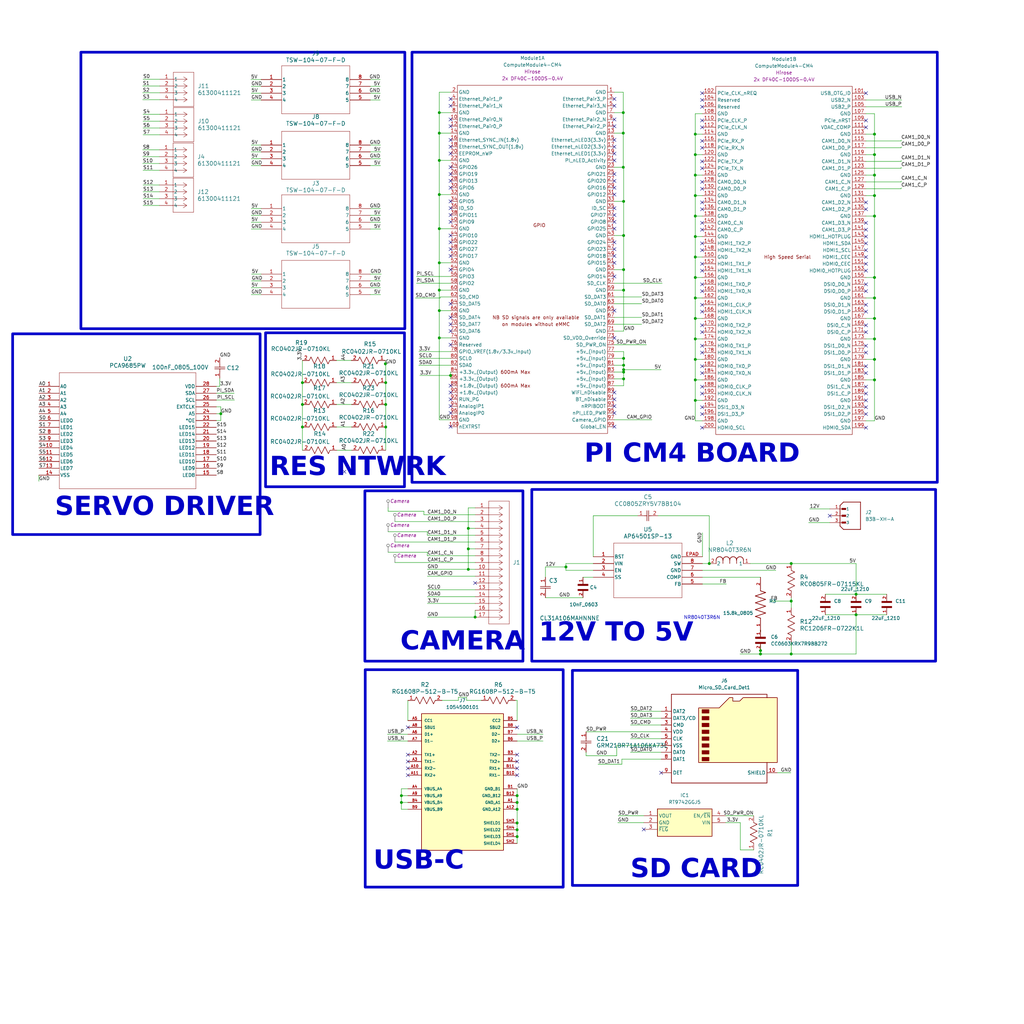
<source format=kicad_sch>
(kicad_sch (version 20231120) (generator "eeschema") (generator_version "8.0")
  (paper "User" 381 381)
  (junction (at 149.352 296.037))
  (junction (at 231.902 49.53))
  (junction (at 232.029 107.95))
  (junction (at 174.244 196.596))
  (junction (at 263.906 209.677))
  (junction (at 163.449 125.73))
  (junction (at 258.699 95.631))
  (junction (at 258.699 110.871))
  (junction (at 325.374 126.111))
  (junction (at 192.405 301.117))
  (junction (at 192.405 306.197))
  (junction (at 163.449 115.57))
  (junction (at 294.386 223.647))
  (junction (at 192.405 311.277))
  (junction (at 258.699 118.491))
  (junction (at 82.169 153.924))
  (junction (at 232.029 74.93))
  (junction (at 258.699 49.911))
  (junction (at 163.449 72.39))
  (junction (at 325.374 141.351))
  (junction (at 163.449 97.79))
  (junction (at 174.244 204.216))
  (junction (at 318.516 221.107))
  (junction (at 231.902 41.91))
  (junction (at 192.405 308.737))
  (junction (at 258.699 57.531))
  (junction (at 232.029 135.89))
  (junction (at 192.405 298.577))
  (junction (at 112.522 150.495))
  (junction (at 325.374 65.151))
  (junction (at 325.374 118.491))
  (junction (at 143.51 150.495))
  (junction (at 163.449 85.09))
  (junction (at 112.522 142.367))
  (junction (at 325.374 57.531))
  (junction (at 258.699 72.771))
  (junction (at 149.352 298.577))
  (junction (at 325.374 49.911))
  (junction (at 294.386 209.677))
  (junction (at 258.699 141.351))
  (junction (at 231.902 62.23))
  (junction (at 232.029 100.33))
  (junction (at 325.374 110.871))
  (junction (at 294.386 243.332))
  (junction (at 210.566 210.947))
  (junction (at 258.699 103.251))
  (junction (at 258.699 65.151))
  (junction (at 258.699 80.391))
  (junction (at 192.405 296.037))
  (junction (at 143.51 158.877))
  (junction (at 174.244 211.836))
  (junction (at 232.029 140.97))
  (junction (at 163.449 107.95))
  (junction (at 143.383 135.382))
  (junction (at 163.449 49.53))
  (junction (at 163.449 59.69))
  (junction (at 258.699 126.111))
  (junction (at 232.029 133.35))
  (junction (at 232.029 137.541))
  (junction (at 163.449 41.91))
  (junction (at 325.374 72.771))
  (junction (at 258.699 133.731))
  (junction (at 167.64 139.7))
  (junction (at 282.956 243.332))
  (junction (at 258.699 88.011))
  (junction (at 325.374 133.731))
  (junction (at 258.699 148.971))
  (junction (at 325.374 103.251))
  (junction (at 176.784 229.616))
  (junction (at 232.029 138.43))
  (junction (at 112.522 158.877))
  (junction (at 318.516 228.727))
  (junction (at 143.51 142.367))
  (junction (at 282.956 242.062))
  (junction (at 232.029 87.63))
  (junction (at 325.374 80.391))
  (no_connect (at 322.199 44.831))
  (no_connect (at 261.239 123.571))
  (no_connect (at 167.64 128.27))
  (no_connect (at 322.199 128.651))
  (no_connect (at 322.199 90.551))
  (no_connect (at 228.6 153.67))
  (no_connect (at 322.199 146.431))
  (no_connect (at 261.239 52.451))
  (no_connect (at 322.199 34.671))
  (no_connect (at 228.6 52.07))
  (no_connect (at 228.6 54.61))
  (no_connect (at 167.64 87.63))
  (no_connect (at 322.199 131.191))
  (no_connect (at 167.64 95.25))
  (no_connect (at 167.64 118.11))
  (no_connect (at 261.239 105.791))
  (no_connect (at 322.199 75.311))
  (no_connect (at 322.199 105.791))
  (no_connect (at 261.239 113.411))
  (no_connect (at 228.6 115.57))
  (no_connect (at 228.6 125.73))
  (no_connect (at 167.64 113.03))
  (no_connect (at 167.64 62.23))
  (no_connect (at 261.239 136.271))
  (no_connect (at -2.032 210.693))
  (no_connect (at 167.64 52.07))
  (no_connect (at 261.239 98.171))
  (no_connect (at 261.239 75.311))
  (no_connect (at 228.6 90.17))
  (no_connect (at 176.784 216.916))
  (no_connect (at 167.64 120.65))
  (no_connect (at 322.199 136.271))
  (no_connect (at 322.199 151.511))
  (no_connect (at 192.405 288.417))
  (no_connect (at 167.64 153.67))
  (no_connect (at 322.199 77.851))
  (no_connect (at 228.6 64.77))
  (no_connect (at 322.199 47.371))
  (no_connect (at 228.6 148.59))
  (no_connect (at 167.64 143.51))
  (no_connect (at 167.64 36.83))
  (no_connect (at 228.6 85.09))
  (no_connect (at 322.199 85.471))
  (no_connect (at 322.199 143.891))
  (no_connect (at 228.6 69.85))
  (no_connect (at 322.199 121.031))
  (no_connect (at 167.64 69.85))
  (no_connect (at 151.765 285.877))
  (no_connect (at 228.6 59.69))
  (no_connect (at 322.199 100.711))
  (no_connect (at 322.199 115.951))
  (no_connect (at 322.199 98.171))
  (no_connect (at 261.239 67.691))
  (no_connect (at 228.6 97.79))
  (no_connect (at 261.239 77.851))
  (no_connect (at 167.64 57.15))
  (no_connect (at 192.405 285.877))
  (no_connect (at 228.6 80.01))
  (no_connect (at 228.6 57.15))
  (no_connect (at 322.199 154.051))
  (no_connect (at 167.64 44.45))
  (no_connect (at 151.765 288.417))
  (no_connect (at 261.239 138.811))
  (no_connect (at 228.6 36.83))
  (no_connect (at 261.239 82.931))
  (no_connect (at 167.64 64.77))
  (no_connect (at 322.199 148.971))
  (no_connect (at 261.239 108.331))
  (no_connect (at 228.6 95.25))
  (no_connect (at 228.6 92.71))
  (no_connect (at 167.64 92.71))
  (no_connect (at 228.6 82.55))
  (no_connect (at 261.239 115.951))
  (no_connect (at 151.765 280.797))
  (no_connect (at 167.64 67.31))
  (no_connect (at 228.6 151.13))
  (no_connect (at 322.199 88.011))
  (no_connect (at 261.239 47.371))
  (no_connect (at 322.199 108.331))
  (no_connect (at 261.239 85.471))
  (no_connect (at 261.239 151.511))
  (no_connect (at 151.765 283.337))
  (no_connect (at 261.239 154.051))
  (no_connect (at 308.737 191.897))
  (no_connect (at 167.64 77.47))
  (no_connect (at 261.239 34.671))
  (no_connect (at 261.239 60.071))
  (no_connect (at 261.239 146.431))
  (no_connect (at 261.239 128.651))
  (no_connect (at 261.239 131.191))
  (no_connect (at 261.239 90.551))
  (no_connect (at 261.239 70.231))
  (no_connect (at 192.405 280.797))
  (no_connect (at 151.765 270.637))
  (no_connect (at 192.405 283.337))
  (no_connect (at 228.6 39.37))
  (no_connect (at 322.199 123.571))
  (no_connect (at 261.239 143.891))
  (no_connect (at 228.6 67.31))
  (no_connect (at 167.64 54.61))
  (no_connect (at 167.64 146.05))
  (no_connect (at 167.64 148.59))
  (no_connect (at 192.405 270.637))
  (no_connect (at 322.199 138.811))
  (no_connect (at 167.64 158.75))
  (no_connect (at 261.239 37.211))
  (no_connect (at 261.239 121.031))
  (no_connect (at 228.6 77.47))
  (no_connect (at 167.64 82.55))
  (no_connect (at 322.199 159.131))
  (no_connect (at 322.199 95.631))
  (no_connect (at 261.239 54.991))
  (no_connect (at 261.239 39.751))
  (no_connect (at 167.64 80.01))
  (no_connect (at 167.64 100.33))
  (no_connect (at 167.64 74.93))
  (no_connect (at 167.64 151.13))
  (no_connect (at 228.6 158.75))
  (no_connect (at 167.64 90.17))
  (no_connect (at 261.239 93.091))
  (no_connect (at 228.6 102.87))
  (no_connect (at 261.239 44.831))
  (no_connect (at 228.6 44.45))
  (no_connect (at 228.6 146.05))
  (no_connect (at 228.6 72.39))
  (no_connect (at 167.64 123.19))
  (no_connect (at 322.199 93.091))
  (no_connect (at 322.199 82.931))
  (no_connect (at 245.999 287.528))
  (no_connect (at 167.64 39.37))
  (no_connect (at 322.199 113.411))
  (no_connect (at 239.522 308.61))
  (no_connect (at 261.239 62.611))
  (no_connect (at 261.239 100.711))
  (no_connect (at 261.239 159.131))
  (no_connect (at 167.64 46.99))
  (no_connect (at 128.143 175.514))
  (no_connect (at 228.6 46.99))
  (wire (pts (xy 174.244 188.976) (xy 174.244 196.596)))
  (wire (pts (xy 125.349 167.513) (xy 130.81 167.513)))
  (wire (pts (xy 93.472 85.217) (xy 97.155 85.217)))
  (wire (pts (xy 232.029 138.43) (xy 232.029 140.97)))
  (wire (pts (xy 155.829 133.35) (xy 167.64 133.35)))
  (wire (pts (xy 155.829 135.89) (xy 167.64 135.89)))
  (wire (pts (xy 263.906 191.897) (xy 263.906 209.677)))
  (wire (pts (xy 163.449 85.09) (xy 167.64 85.09)))
  (wire (pts (xy 322.199 141.351) (xy 325.374 141.351)))
  (wire (pts (xy 163.449 156.21) (xy 167.64 156.21)))
  (wire (pts (xy 258.699 110.871) (xy 258.699 118.491)))
  (wire (pts (xy 80.518 146.304) (xy 87.122 146.304)))
  (wire (pts (xy 144.399 188.976) (xy 144.399 190.246)))
  (wire (pts (xy 229.997 303.53) (xy 239.522 303.53)))
  (wire (pts (xy 210.566 209.677) (xy 220.726 209.677)))
  (wire (pts (xy 93.472 77.597) (xy 97.155 77.597)))
  (wire (pts (xy 192.405 308.737) (xy 192.405 311.277)))
  (wire (pts (xy 335.28 59.69) (xy 335.28 60.071)))
  (wire (pts (xy 228.6 130.81) (xy 232.029 130.81)))
  (wire (pts (xy 53.213 29.464) (xy 59.436 29.464)))
  (wire (pts (xy 163.449 49.53) (xy 167.64 49.53)))
  (wire (pts (xy 228.6 100.33) (xy 232.029 100.33)))
  (wire (pts (xy 163.83 110.49) (xy 163.83 110.871)))
  (wire (pts (xy 146.939 194.056) (xy 176.784 194.056)))
  (wire (pts (xy 53.213 63.373) (xy 59.309 63.373)))
  (wire (pts (xy 159.004 197.866) (xy 159.004 199.136)))
  (wire (pts (xy 261.366 198.247) (xy 261.366 207.137)))
  (wire (pts (xy 82.169 151.384) (xy 80.518 151.384)))
  (wire (pts (xy 261.366 214.757) (xy 282.956 214.757)))
  (wire (pts (xy 294.386 209.677) (xy 318.516 209.677)))
  (wire (pts (xy 258.699 88.011) (xy 258.699 95.631)))
  (wire (pts (xy 232.029 123.19) (xy 228.6 123.19)))
  (wire (pts (xy 167.64 138.43) (xy 167.64 139.7)))
  (wire (pts (xy 125.222 134.112) (xy 130.683 134.112)))
  (wire (pts (xy 202.946 222.377) (xy 216.916 222.377)))
  (wire (pts (xy 159.004 221.996) (xy 176.784 221.996)))
  (wire (pts (xy 322.199 103.251) (xy 325.374 103.251)))
  (wire (pts (xy 282.956 243.332) (xy 294.386 243.332)))
  (wire (pts (xy 163.449 34.29) (xy 163.449 41.91)))
  (wire (pts (xy 263.906 209.677) (xy 261.366 209.677)))
  (wire (pts (xy 93.472 37.211) (xy 97.155 37.211)))
  (wire (pts (xy 232.029 62.611) (xy 232.029 74.93)))
  (wire (pts (xy 258.699 110.871) (xy 261.239 110.871)))
  (wire (pts (xy 322.199 39.751) (xy 335.534 39.751)))
  (wire (pts (xy 93.599 101.981) (xy 97.155 101.981)))
  (wire (pts (xy 231.902 34.29) (xy 231.902 41.91)))
  (wire (pts (xy 192.405 260.604) (xy 192.405 268.097)))
  (wire (pts (xy 258.699 57.531) (xy 258.699 65.151)))
  (wire (pts (xy 163.449 97.79) (xy 163.449 107.95)))
  (wire (pts (xy 141.605 80.137) (xy 137.795 80.137)))
  (wire (pts (xy 192.405 311.277) (xy 192.405 313.817)))
  (wire (pts (xy 93.472 109.601) (xy 97.155 109.601)))
  (wire (pts (xy 322.199 37.211) (xy 335.534 37.211)))
  (wire (pts (xy 229.489 277.368) (xy 245.999 277.368)))
  (wire (pts (xy 53.213 50.165) (xy 59.436 50.165)))
  (wire (pts (xy 53.213 76.454) (xy 59.309 76.454)))
  (wire (pts (xy 93.472 107.061) (xy 97.155 107.061)))
  (wire (pts (xy 258.699 72.771) (xy 261.239 72.771)))
  (wire (pts (xy 228.6 34.29) (xy 231.902 34.29)))
  (wire (pts (xy 141.605 61.595) (xy 137.795 61.595)))
  (wire (pts (xy 53.086 58.293) (xy 59.309 58.293)))
  (wire (pts (xy 154.94 105.41) (xy 167.64 105.41)))
  (wire (pts (xy 335.28 54.61) (xy 335.28 54.991)))
  (wire (pts (xy 228.6 107.95) (xy 232.029 107.95)))
  (wire (pts (xy 163.449 125.73) (xy 163.449 156.21)))
  (wire (pts (xy 192.405 298.577) (xy 192.405 301.117)))
  (wire (pts (xy 192.405 296.037) (xy 192.405 298.577)))
  (wire (pts (xy 163.449 49.53) (xy 163.449 59.69)))
  (wire (pts (xy 174.244 196.596) (xy 174.244 204.216)))
  (wire (pts (xy 228.6 138.43) (xy 232.029 138.43)))
  (wire (pts (xy 282.956 240.157) (xy 282.956 242.062)))
  (wire (pts (xy 275.336 243.332) (xy 282.956 243.332)))
  (wire (pts (xy 228.6 62.23) (xy 231.902 62.23)))
  (wire (pts (xy 192.405 273.177) (xy 202.057 273.177)))
  (wire (pts (xy 231.902 49.53) (xy 231.902 62.23)))
  (wire (pts (xy 191.77 260.604) (xy 192.405 260.604)))
  (wire (pts (xy 258.699 133.731) (xy 261.239 133.731)))
  (wire (pts (xy 322.199 65.151) (xy 325.374 65.151)))
  (wire (pts (xy 53.213 73.914) (xy 59.309 73.914)))
  (wire (pts (xy 325.374 42.291) (xy 325.374 49.911)))
  (wire (pts (xy 325.374 126.111) (xy 325.374 133.731)))
  (wire (pts (xy 53.086 60.833) (xy 59.309 60.833)))
  (wire (pts (xy 335.28 52.07) (xy 335.28 52.451)))
  (wire (pts (xy 163.449 115.57) (xy 163.449 125.73)))
  (wire (pts (xy 318.516 221.107) (xy 329.946 221.107)))
  (wire (pts (xy 218.059 281.178) (xy 218.059 279.908)))
  (wire (pts (xy 261.366 217.297) (xy 270.256 217.297)))
  (wire (pts (xy 322.199 80.391) (xy 325.374 80.391)))
  (wire (pts (xy 258.699 65.151) (xy 261.239 65.151)))
  (wire (pts (xy 232.029 137.541) (xy 245.999 137.541)))
  (wire (pts (xy 192.405 306.197) (xy 192.405 308.737)))
  (wire (pts (xy 149.352 296.037) (xy 151.765 296.037)))
  (wire (pts (xy 192.405 301.117) (xy 192.405 306.197)))
  (wire (pts (xy 125.222 150.495) (xy 130.81 150.495)))
  (wire (pts (xy 93.472 34.671) (xy 97.155 34.671)))
  (wire (pts (xy 228.6 110.49) (xy 238.76 110.49)))
  (wire (pts (xy 210.566 210.947) (xy 210.566 209.677)))
  (wire (pts (xy 322.199 60.071) (xy 335.28 60.071)))
  (wire (pts (xy 232.029 74.93) (xy 232.029 87.63)))
  (wire (pts (xy 322.199 133.731) (xy 325.374 133.731)))
  (wire (pts (xy 322.199 62.611) (xy 335.28 62.611)))
  (wire (pts (xy 53.086 37.084) (xy 59.436 37.084)))
  (wire (pts (xy 289.179 287.528) (xy 294.259 287.528)))
  (wire (pts (xy 149.352 298.577) (xy 151.765 298.577)))
  (wire (pts (xy 176.784 227.076) (xy 176.784 229.616)))
  (wire (pts (xy 232.029 130.81) (xy 232.029 133.35)))
  (wire (pts (xy 93.599 104.521) (xy 97.155 104.521)))
  (wire (pts (xy 229.489 281.178) (xy 229.489 277.368)))
  (wire (pts (xy 93.472 32.131) (xy 97.155 32.131)))
  (wire (pts (xy 301.244 189.357) (xy 308.737 189.357)))
  (wire (pts (xy 279.146 209.677) (xy 294.386 209.677)))
  (wire (pts (xy 174.244 211.836) (xy 176.784 211.836)))
  (wire (pts (xy 258.699 65.151) (xy 258.699 72.771)))
  (wire (pts (xy 325.374 72.771) (xy 325.374 80.391)))
  (wire (pts (xy 231.902 62.23) (xy 231.902 62.611)))
  (wire (pts (xy 163.449 72.39) (xy 167.64 72.39)))
  (wire (pts (xy 144.145 273.177) (xy 151.765 273.177)))
  (wire (pts (xy 170.561 259.461) (xy 173.609 259.461)))
  (wire (pts (xy 258.699 95.631) (xy 261.239 95.631)))
  (wire (pts (xy 294.386 223.647) (xy 294.386 222.377)))
  (wire (pts (xy 322.199 72.771) (xy 325.374 72.771)))
  (wire (pts (xy 222.504 284.353) (xy 231.394 284.353)))
  (wire (pts (xy 112.522 142.367) (xy 112.522 150.495)))
  (wire (pts (xy 141.605 82.677) (xy 137.795 82.677)))
  (wire (pts (xy 170.561 260.604) (xy 170.561 259.461)))
  (wire (pts (xy 163.449 107.95) (xy 163.449 115.57)))
  (wire (pts (xy 258.699 126.111) (xy 258.699 133.731)))
  (wire (pts (xy 258.699 126.111) (xy 261.239 126.111)))
  (wire (pts (xy 93.472 56.515) (xy 97.155 56.515)))
  (wire (pts (xy 144.399 197.866) (xy 159.004 197.866)))
  (wire (pts (xy 53.086 55.753) (xy 59.309 55.753)))
  (wire (pts (xy 159.004 211.836) (xy 174.244 211.836)))
  (wire (pts (xy 156.21 139.7) (xy 167.64 139.7)))
  (wire (pts (xy 228.6 41.91) (xy 231.902 41.91)))
  (wire (pts (xy 261.366 212.217) (xy 288.671 212.217)))
  (wire (pts (xy 258.699 95.631) (xy 258.699 103.251)))
  (wire (pts (xy 258.699 49.911) (xy 258.699 57.531)))
  (wire (pts (xy 163.449 85.09) (xy 163.449 97.79)))
  (wire (pts (xy 258.699 141.351) (xy 261.239 141.351)))
  (wire (pts (xy 232.029 87.63) (xy 232.029 100.33)))
  (wire (pts (xy 80.518 153.924) (xy 82.169 153.924)))
  (wire (pts (xy 325.374 80.391) (xy 325.374 103.251)))
  (wire (pts (xy 228.6 133.35) (xy 232.029 133.35)))
  (wire (pts (xy 258.699 103.251) (xy 261.239 103.251)))
  (wire (pts (xy 154.94 102.87) (xy 167.64 102.87)))
  (wire (pts (xy 82.169 153.924) (xy 82.169 151.384)))
  (wire (pts (xy 258.699 118.491) (xy 258.699 126.111)))
  (wire (pts (xy 167.64 139.7) (xy 167.64 140.97)))
  (wire (pts (xy 325.374 65.151) (xy 325.374 72.771)))
  (wire (pts (xy 286.766 223.647) (xy 294.386 223.647)))
  (wire (pts (xy 163.449 72.39) (xy 163.449 85.09)))
  (wire (pts (xy 232.029 133.35) (xy 232.029 135.89)))
  (wire (pts (xy 159.004 206.756) (xy 176.784 206.756)))
  (wire (pts (xy 322.199 110.871) (xy 325.374 110.871)))
  (wire (pts (xy 93.345 29.591) (xy 97.155 29.591)))
  (wire (pts (xy 231.902 41.91) (xy 231.902 49.53)))
  (wire (pts (xy 216.916 214.757) (xy 220.726 214.757)))
  (wire (pts (xy 231.902 62.611) (xy 232.029 62.611)))
  (wire (pts (xy 244.856 191.897) (xy 263.906 191.897)))
  (wire (pts (xy 143.51 142.367) (xy 143.51 150.495)))
  (wire (pts (xy 173.609 259.461) (xy 173.609 260.604)))
  (wire (pts (xy 300.863 194.437) (xy 308.737 194.437)))
  (wire (pts (xy 228.6 156.21) (xy 242.57 156.21)))
  (wire (pts (xy 228.6 113.03) (xy 238.76 113.03)))
  (wire (pts (xy 93.472 59.055) (xy 97.155 59.055)))
  (wire (pts (xy 258.699 57.531) (xy 261.239 57.531)))
  (wire (pts (xy 159.004 205.486) (xy 159.004 206.756)))
  (wire (pts (xy 258.699 80.391) (xy 258.699 88.011)))
  (wire (pts (xy 174.244 204.216) (xy 176.784 204.216)))
  (wire (pts (xy 174.244 196.596) (xy 176.784 196.596)))
  (wire (pts (xy 322.199 49.911) (xy 325.374 49.911)))
  (wire (pts (xy 93.472 61.595) (xy 97.155 61.595)))
  (wire (pts (xy 146.939 209.296) (xy 176.784 209.296)))
  (wire (pts (xy 322.199 54.991) (xy 335.28 54.991)))
  (wire (pts (xy 232.029 135.89) (xy 232.029 137.541)))
  (wire (pts (xy 335.28 69.85) (xy 335.28 70.231)))
  (wire (pts (xy 258.699 88.011) (xy 261.239 88.011)))
  (wire (pts (xy 202.946 214.757) (xy 202.946 210.947)))
  (wire (pts (xy 151.765 293.497) (xy 149.352 293.497)))
  (wire (pts (xy 294.386 243.332) (xy 294.386 238.887)))
  (wire (pts (xy 210.566 212.217) (xy 210.566 210.947)))
  (wire (pts (xy 240.538 128.27) (xy 228.6 128.27)))
  (wire (pts (xy 163.449 125.73) (xy 167.64 125.73)))
  (wire (pts (xy 125.222 158.877) (xy 130.81 158.877)))
  (wire (pts (xy 229.87 306.07) (xy 239.522 306.07)))
  (wire (pts (xy 125.222 142.367) (xy 130.81 142.367)))
  (wire (pts (xy 141.859 101.981) (xy 137.795 101.981)))
  (wire (pts (xy 14.478 179.07) (xy 14.478 176.784)))
  (wire (pts (xy 146.939 201.676) (xy 176.784 201.676)))
  (wire (pts (xy 144.399 205.486) (xy 159.004 205.486)))
  (wire (pts (xy 318.516 228.727) (xy 329.946 228.727)))
  (wire (pts (xy 322.199 57.531) (xy 325.374 57.531)))
  (wire (pts (xy 151.765 260.604) (xy 151.765 268.097)))
  (wire (pts (xy 93.472 80.137) (xy 97.155 80.137)))
  (wire (pts (xy 325.374 133.731) (xy 325.374 141.351)))
  (wire (pts (xy 237.236 191.897) (xy 220.726 191.897)))
  (wire (pts (xy 141.605 56.515) (xy 137.795 56.515)))
  (wire (pts (xy 143.51 135.382) (xy 143.51 142.367)))
  (wire (pts (xy 144.145 275.717) (xy 151.765 275.717)))
  (wire (pts (xy 143.383 135.382) (xy 143.51 135.382)))
  (wire (pts (xy 228.6 140.97) (xy 232.029 140.97)))
  (wire (pts (xy 322.199 67.691) (xy 335.28 67.691)))
  (wire (pts (xy 258.699 80.391) (xy 261.239 80.391)))
  (wire (pts (xy 143.383 135.636) (xy 143.383 135.382)))
  (wire (pts (xy 159.004 229.616) (xy 176.784 229.616)))
  (wire (pts (xy 258.699 49.911) (xy 261.239 49.911)))
  (wire (pts (xy 159.004 214.376) (xy 176.784 214.376)))
  (wire (pts (xy 82.169 156.464) (xy 82.169 153.924)))
  (wire (pts (xy 232.029 100.33) (xy 232.029 107.95)))
  (wire (pts (xy 258.699 156.591) (xy 261.239 156.591)))
  (wire (pts (xy 294.386 243.332) (xy 318.516 243.332)))
  (wire (pts (xy 141.605 53.975) (xy 137.795 53.975)))
  (wire (pts (xy 112.522 167.513) (xy 112.649 167.513)))
  (wire (pts (xy 335.28 62.23) (xy 335.28 62.611)))
  (wire (pts (xy 81.788 143.764) (xy 80.518 143.764)))
  (wire (pts (xy 258.699 148.971) (xy 258.699 156.591)))
  (wire (pts (xy 322.199 126.111) (xy 325.374 126.111)))
  (wire (pts (xy 218.059 281.178) (xy 229.489 281.178)))
  (wire (pts (xy 220.726 212.217) (xy 210.566 212.217)))
  (wire (pts (xy 325.374 141.351) (xy 325.374 156.591)))
  (wire (pts (xy 163.449 107.95) (xy 167.64 107.95)))
  (wire (pts (xy 228.6 74.93) (xy 232.029 74.93)))
  (wire (pts (xy 112.522 134.112) (xy 112.522 142.367)))
  (wire (pts (xy 270.002 303.53) (xy 280.416 303.53)))
  (wire (pts (xy 157.734 190.246) (xy 157.734 191.516)))
  (wire (pts (xy 141.605 107.061) (xy 137.795 107.061)))
  (wire (pts (xy 325.374 156.591) (xy 322.199 156.591)))
  (wire (pts (xy 149.352 301.117) (xy 151.765 301.117)))
  (wire (pts (xy 143.51 150.495) (xy 143.51 158.877)))
  (wire (pts (xy 294.386 226.187) (xy 294.386 223.647)))
  (wire (pts (xy 228.6 135.89) (xy 232.029 135.89)))
  (wire (pts (xy 53.213 68.834) (xy 59.309 68.834)))
  (wire (pts (xy 163.449 97.79) (xy 167.64 97.79)))
  (wire (pts (xy 258.699 118.491) (xy 261.239 118.491)))
  (wire (pts (xy 322.199 70.231) (xy 335.28 70.231)))
  (wire (pts (xy 163.449 41.91) (xy 163.449 49.53)))
  (wire (pts (xy 231.394 284.353) (xy 231.394 282.448)))
  (wire (pts (xy 307.086 228.727) (xy 318.516 228.727)))
  (wire (pts (xy 143.383 135.382) (xy 143.383 134.112)))
  (wire (pts (xy 141.478 34.671) (xy 137.795 34.671)))
  (wire (pts (xy 325.374 118.491) (xy 325.374 126.111)))
  (wire (pts (xy 155.829 130.81) (xy 167.64 130.81)))
  (wire (pts (xy 322.199 42.291) (xy 325.374 42.291)))
  (wire (pts (xy 228.6 105.41) (xy 246.38 105.41)))
  (wire (pts (xy 93.472 82.677) (xy 97.155 82.677)))
  (wire (pts (xy 234.569 264.668) (xy 245.999 264.668)))
  (wire (pts (xy 163.83 110.49) (xy 167.64 110.49)))
  (wire (pts (xy 163.449 59.69) (xy 163.449 72.39)))
  (wire (pts (xy 141.478 37.211) (xy 137.795 37.211)))
  (wire (pts (xy 167.64 34.29) (xy 163.449 34.29)))
  (wire (pts (xy 258.699 72.771) (xy 258.699 80.391)))
  (wire (pts (xy 112.522 158.877) (xy 112.522 167.513)))
  (wire (pts (xy 174.244 204.216) (xy 174.244 211.836)))
  (wire (pts (xy 163.83 110.871) (xy 154.559 110.871)))
  (wire (pts (xy 112.522 150.495) (xy 112.522 158.877)))
  (wire (pts (xy 234.569 269.748) (xy 245.999 269.748)))
  (wire (pts (xy 228.6 87.63) (xy 232.029 87.63)))
  (wire (pts (xy 141.605 104.521) (xy 137.795 104.521)))
  (wire (pts (xy 325.374 57.531) (xy 325.374 65.151)))
  (wire (pts (xy 307.086 221.107) (xy 318.516 221.107)))
  (wire (pts (xy 231.394 282.448) (xy 245.999 282.448)))
  (wire (pts (xy 176.784 188.976) (xy 174.244 188.976)))
  (wire (pts (xy 234.569 279.908) (xy 245.999 279.908)))
  (wire (pts (xy 159.004 199.136) (xy 176.784 199.136)))
  (wire (pts (xy 258.699 141.351) (xy 258.699 148.971)))
  (wire (pts (xy 53.213 45.085) (xy 59.436 45.085)))
  (wire (pts (xy 325.374 49.911) (xy 325.374 57.531)))
  (wire (pts (xy 53.086 32.004) (xy 59.436 32.004)))
  (wire (pts (xy 245.999 272.288) (xy 218.059 272.288)))
  (wire (pts (xy 192.405 275.717) (xy 202.057 275.717)))
  (wire (pts (xy 80.518 156.464) (xy 82.169 156.464)))
  (wire (pts (xy 232.029 107.95) (xy 232.029 123.19)))
  (wire (pts (xy 141.605 59.055) (xy 137.795 59.055)))
  (wire (pts (xy 258.699 42.291) (xy 258.699 49.911)))
  (wire (pts (xy 141.605 85.217) (xy 137.795 85.217)))
  (wire (pts (xy 282.956 235.077) (xy 282.956 234.442)))
  (wire (pts (xy 232.029 140.97) (xy 232.029 143.51)))
  (wire (pts (xy 173.609 260.604) (xy 179.07 260.604)))
  (wire (pts (xy 234.569 274.828) (xy 245.999 274.828)))
  (wire (pts (xy 164.465 260.604) (xy 170.561 260.604)))
  (wire (pts (xy 280.416 316.23) (xy 275.463 316.23)))
  (wire (pts (xy 163.449 115.57) (xy 167.64 115.57)))
  (wire (pts (xy 192.405 293.497) (xy 192.405 296.037)))
  (wire (pts (xy 141.605 109.601) (xy 137.795 109.601)))
  (wire (pts (xy 53.086 34.544) (xy 59.436 34.544)))
  (wire (pts (xy 144.399 190.246) (xy 157.734 190.246)))
  (wire (pts (xy 261.239 42.291) (xy 258.699 42.291)))
  (wire (pts (xy 228.6 49.53) (xy 231.902 49.53)))
  (wire (pts (xy 141.478 32.131) (xy 137.795 32.131)))
  (wire (pts (xy 325.374 103.251) (xy 325.374 110.871)))
  (wire (pts (xy 258.699 103.251) (xy 258.699 110.871)))
  (wire (pts (xy 228.6 120.65) (xy 238.76 120.65)))
  (wire (pts (xy 232.029 137.541) (xy 232.029 138.43)))
  (wire (pts (xy 163.449 59.69) (xy 167.64 59.69)))
  (wire (pts (xy 335.28 67.31) (xy 335.28 67.691)))
  (wire (pts (xy 322.199 118.491) (xy 325.374 118.491)))
  (wire (pts (xy 318.516 243.332) (xy 318.516 228.727)))
  (wire (pts (xy 275.463 316.23) (xy 275.463 306.07)))
  (wire (pts (xy 149.352 296.037) (xy 149.352 298.577)))
  (wire (pts (xy 234.569 267.208) (xy 245.999 267.208)))
  (wire (pts (xy 220.726 191.897) (xy 220.726 207.137)))
  (wire (pts (xy 149.352 293.497) (xy 149.352 296.037)))
  (wire (pts (xy 228.6 118.11) (xy 238.76 118.11)))
  (wire (pts (xy 93.472 53.975) (xy 97.155 53.975)))
  (wire (pts (xy 53.213 71.374) (xy 59.309 71.374)))
  (wire (pts (xy 141.478 29.591) (xy 137.795 29.591)))
  (wire (pts (xy 270.002 306.07) (xy 275.463 306.07)))
  (wire (pts (xy 80.518 148.844) (xy 87.249 148.844)))
  (wire (pts (xy 258.699 148.971) (xy 261.239 148.971)))
  (wire (pts (xy 159.004 224.536) (xy 176.784 224.536)))
  (wire (pts (xy 81.788 140.716) (xy 81.788 143.764)))
  (wire (pts (xy 159.004 219.456) (xy 176.784 219.456)))
  (wire (pts (xy 163.449 41.91) (xy 167.64 41.91)))
  (wire (pts (xy 157.734 191.516) (xy 176.784 191.516)))
  (wire (pts (xy 322.199 52.451) (xy 335.28 52.451)))
  (wire (pts (xy 53.213 42.545) (xy 59.436 42.545)))
  (wire (pts (xy 325.374 110.871) (xy 325.374 118.491)))
  (wire (pts (xy 232.029 143.51) (xy 228.6 143.51)))
  (wire (pts (xy 53.213 47.625) (xy 59.436 47.625)))
  (wire (pts (xy 282.956 242.062) (xy 282.956 243.332)))
  (wire (pts (xy 258.699 133.731) (xy 258.699 141.351)))
  (wire (pts (xy 149.352 298.577) (xy 149.352 301.117)))
  (wire (pts (xy 318.516 221.107) (xy 318.516 209.677)))
  (wire (pts (xy 141.605 77.597) (xy 137.795 77.597)))
  (wire (pts (xy 202.946 210.947) (xy 210.566 210.947)))
  (wire (pts (xy 143.51 158.877) (xy 143.51 167.513)))
  (rectangle (start 153.289 19.431) (end 348.742 179.451) (stroke (width 1)))
  (rectangle (start 4.699 124.206) (end 96.774 198.882) (stroke (width 1)))
  (rectangle (start 197.866 182.118) (end 348.107 245.999) (stroke (width 1)))
  (rectangle (start 135.763 182.626) (end 194.564 245.999) (stroke (width 1)))
  (rectangle (start 212.979 249.428) (end 296.799 329.438) (stroke (width 1)))
  (rectangle (start 135.89 249.174) (end 209.55 330.073) (stroke (width 1)))
  (rectangle (start 30.099 19.431) (end 150.622 122.301) (stroke (width 1)))
  (rectangle (start 98.806 123.825) (end 150.495 181.102) (stroke (width 1)))
  (text "SD CARD" (at 234.569 329.565 0) (effects (font (size 7 7) (thickness 1) (bold yes)) (justify left bottom)))
  (text "NR8040T3R6N" (at 254.381 230.632 0) (effects (font (size 1.27 1.27)) (justify left bottom)))
  (text "SERVO DRIVER" (at 20.447 194.818 0) (effects (font (size 7 7) (thickness 1) (bold yes)) (justify left bottom)))
  (text "PI CM4 BOARD" (at 217.424 175.006 0) (effects (font (size 7 7) (thickness 1) (bold yes)) (justify left bottom)))
  (text "12V TO 5V" (at 200.533 241.554 0) (effects (font (size 7 7) (thickness 1) (bold yes)) (justify left bottom)))
  (text "CAMERA" (at 148.971 244.856 0) (effects (font (size 7 7) (thickness 1) (bold yes)) (justify left bottom)))
  (text "USB-C" (at 138.938 326.39 0) (effects (font (size 7 7) (thickness 1) (bold yes)) (justify left bottom)))
  (text "RES NTWRK" (at 100.33 179.959 0) (effects (font (size 7 7) (thickness 1) (bold yes)) (justify left bottom)))
  (label "PI_SDA" (at 154.94 105.41 0))
  (label "3.3V" (at 155.829 130.81 0))
  (label "3.3V" (at 159.004 224.536 0))
  (label "A1" (at 128.651 158.877 90))
  (label "GND" (at 93.472 56.515 0))
  (label "SD_DAT2" (at 238.76 120.65 0))
  (label "CAM1_D1_P" (at 159.004 201.676 0))
  (label "GND" (at 93.599 104.521 0))
  (label "GND" (at 141.605 77.597 180))
  (label "S3" (at 14.478 164.084 0))
  (label "A4" (at 14.478 153.924 0))
  (label "3.3V" (at 81.788 143.764 0))
  (label "S11" (at 80.518 169.164 0))
  (label "CAM1_C_P" (at 159.004 209.296 0))
  (label "USB_P" (at 335.534 39.751 180))
  (label "SD_DAT1" (at 222.504 284.353 0))
  (label "S12" (at 53.213 68.834 0))
  (label "S14" (at 53.213 73.914 0))
  (label "S15" (at 53.213 76.454 0))
  (label "5V" (at 141.605 85.217 180))
  (label "3.3V" (at 112.522 134.112 90))
  (label "GND" (at 141.605 107.061 180))
  (label "5V" (at 141.605 104.521 180))
  (label "SD_PWR_ON" (at 240.538 128.27 180))
  (label "GND" (at 141.605 82.677 180))
  (label "5V" (at 93.472 82.677 0))
  (label "5V" (at 243.459 137.541 0))
  (label "5V" (at 141.605 61.595 180))
  (label "12V" (at 202.946 210.947 0))
  (label "S6" (at 14.478 171.704 0))
  (label "SD_PWR_ON" (at 280.416 303.53 180))
  (label "GND" (at 258.699 156.591 180))
  (label "GND" (at 82.169 153.924 0))
  (label "S5" (at 53.213 45.085 0))
  (label "5V" (at 93.472 53.975 0))
  (label "SD_PWR" (at 229.997 303.53 0))
  (label "USB_P" (at 144.145 273.177 0))
  (label "S8" (at 80.518 176.784 0))
  (label "CAM1_D1_P" (at 335.28 62.23 0))
  (label "GND" (at 221.869 281.178 0))
  (label "SD_DAT0" (at 234.569 279.908 0))
  (label "GND" (at 229.87 306.07 0))
  (label "GND" (at 275.336 243.332 0))
  (label "SD_PWR" (at 218.059 272.288 0))
  (label "S5" (at 14.478 169.164 0))
  (label "SD_DAT3" (at 234.569 267.208 0))
  (label "S10" (at 53.086 60.833 0))
  (label "SCL0" (at 159.004 219.456 0))
  (label "GND" (at 93.472 32.131 0))
  (label "5V" (at 93.472 77.597 0))
  (label "SCL0" (at 155.829 133.35 0))
  (label "SD_CMD" (at 234.569 269.748 0))
  (label "USB_N" (at 144.145 275.717 0))
  (label "PI_SCL" (at 87.249 148.844 180))
  (label "CAM1_D0_P" (at 159.004 194.056 0))
  (label "A0" (at 129.032 167.513 90))
  (label "A0" (at 14.478 143.764 0))
  (label "CAM1_D0_N" (at 335.28 52.07 0))
  (label "A2" (at 128.651 150.495 90))
  (label "GND" (at 159.004 211.836 0))
  (label "S11" (at 53.213 63.373 0))
  (label "GND" (at 143.383 135.636 0))
  (label "CAM1_C_P" (at 335.28 69.85 0))
  (label "GND" (at 141.478 34.671 180))
  (label "SD_CLK" (at 234.569 274.828 0))
  (label "5V" (at 141.478 37.211 180))
  (label "GND" (at 159.004 229.616 0))
  (label "PI_SCL" (at 154.94 102.87 0))
  (label "CAM1_D1_N" (at 335.28 59.69 0))
  (label "GND" (at 93.472 37.211 0))
  (label "S6" (at 53.213 47.625 0))
  (label "A4" (at 128.778 134.112 90))
  (label "3.3V" (at 274.701 306.07 180))
  (label "GND" (at 93.472 80.137 0))
  (label "USB_N" (at 335.534 37.211 180))
  (label "GND" (at 290.449 287.528 0))
  (label "CAM1_D0_P" (at 335.28 54.61 0))
  (label "GND" (at 81.788 133.096 0))
  (label "FB" (at 267.716 217.297 0))
  (label "CAM1_C_N" (at 159.004 206.756 0))
  (label "FB" (at 286.766 223.647 0))
  (label "GND" (at 93.472 61.595 0))
  (label "S4" (at 14.478 166.624 0))
  (label "S4" (at 53.213 42.545 0))
  (label "S2" (at 53.086 34.544 0))
  (label "GND" (at 141.605 59.055 180))
  (label "S3" (at 53.086 37.084 0))
  (label "GND" (at 141.478 29.591 180))
  (label "CAM1_D0_N" (at 159.004 191.516 0))
  (label "S12" (at 80.518 166.624 0))
  (label "GND" (at 93.472 85.217 0))
  (label "GND" (at 300.863 194.437 0))
  (label "S2" (at 14.478 161.544 0))
  (label "GND" (at 261.366 202.057 90))
  (label "GND" (at 208.026 222.377 0))
  (label "GND" (at 93.472 109.601 0))
  (label "SDA0" (at 155.829 135.89 0))
  (label "SD_DAT0" (at 238.76 113.03 0))
  (label "5V" (at 141.478 32.131 180))
  (label "SDA0" (at 159.004 221.996 0))
  (label "A3" (at 14.478 151.384 0))
  (label "S8" (at 53.086 55.753 0))
  (label "SD_CLK" (at 246.38 105.41 180))
  (label "5V" (at 141.605 109.601 180))
  (label "GND" (at 141.859 101.981 180))
  (label "A1" (at 14.478 146.304 0))
  (label "5V" (at 315.976 209.677 0))
  (label "12V" (at 301.244 189.357 0))
  (label "USB_P" (at 202.057 275.717 180))
  (label "SD_DAT2" (at 234.569 264.668 0))
  (label "PI_SDA" (at 87.122 146.304 180))
  (label "S1" (at 14.478 159.004 0))
  (label "5V" (at 93.472 34.671 0))
  (label "SD_CMD" (at 154.559 110.871 0))
  (label "5V" (at 93.472 59.055 0))
  (label "GND" (at 141.605 53.975 180))
  (label "S13" (at 53.213 71.374 0))
  (label "S7" (at 14.478 174.244 0))
  (label "CAM1_D1_N" (at 159.004 199.136 0))
  (label "5V" (at 93.345 29.591 0))
  (label "GND" (at 232.029 123.19 0))
  (label "S10" (at 80.518 171.704 0))
  (label "CAM_GPIO" (at 159.004 214.376 0))
  (label "S7" (at 53.213 50.165 0))
  (label "5V" (at 93.599 101.981 0))
  (label "CAM1_C_N" (at 335.28 67.31 0))
  (label "5V" (at 141.605 80.137 180))
  (label "USB_N" (at 202.057 273.177 180))
  (label "S15" (at 80.518 159.004 0))
  (label "S14" (at 80.518 161.544 0))
  (label "S0" (at 53.213 29.464 0))
  (label "S9" (at 53.086 58.293 0))
  (label "A2" (at 14.478 148.844 0))
  (label "GND" (at 284.861 212.217 0))
  (label "GND" (at 192.405 293.497 0))
  (label "GND" (at 163.449 156.21 0))
  (label "5V" (at 141.605 56.515 180))
  (label "5V" (at 93.472 107.061 0))
  (label "CAM_GPIO" (at 242.57 156.21 180))
  (label "SD_DAT3" (at 238.76 110.49 0))
  (label "GND" (at 14.478 179.07 0))
  (label "S13" (at 80.518 164.084 0))
  (label "S9" (at 80.518 174.244 0))
  (label "GND" (at 170.561 259.461 0))
  (label "3.3V" (at 156.21 139.7 0))
  (label "S1" (at 53.086 32.004 0))
  (label "GND" (at 325.374 156.591 0))
  (label "SD_DAT1" (at 238.76 118.11 0))
  (label "A3" (at 128.651 142.367 90))
  (label "S0" (at 14.478 156.464 0))
  (netclass_flag "" (length 2.54) (shape round) (at 146.939 201.676 0) (property "Netclass" "Camera" (at 147.6375 199.136 0) (effects (font (italic yes)) (justify left))))
  (netclass_flag "" (length 2.54) (shape round) (at 144.399 197.866 0) (property "Netclass" "Camera" (at 145.0975 195.326 0) (effects (font (italic yes)) (justify left))))
  (netclass_flag "" (length 2.54) (shape round) (at 144.399 205.486 0) (property "Netclass" "Camera" (at 145.0975 202.946 0) (effects (font (italic yes)) (justify left))))
  (netclass_flag "" (length 2.54) (shape round) (at 144.399 188.976 0) (property "Netclass" "Camera" (at 145.0975 186.436 0) (effects (font (italic yes)) (justify left))))
  (netclass_flag "" (length 2.54) (shape round) (at 146.939 194.056 0) (property "Netclass" "Camera" (at 147.6375 191.516 0) (effects (font (italic yes)) (justify left))))
  (netclass_flag "" (length 2.54) (shape round) (at 146.939 209.296 0) (property "Netclass" "Camera" (at 147.6375 206.756 0) (effects (font (italic yes)) (justify left))))
  (symbol (lib_name "SFW15R-2STE1LF_1") (lib_id "2023-12-29_17-20-20:SFW15R-2STE1LF") (at 176.784 188.976 0) (unit 1)
    (property "Reference" "J1" (at 190.754 209.296 0) (effects (font (size 1.524 1.524)) (justify left)))
    (property "Value" "15 Pin" (effects (hide yes)))
    (property "Footprint" "Library:CON15_1X15_DRB_SFW_FCI" (effects (hide yes)))
    (property "Datasheet" "https://cdn.amphenol-cs.com/media/wysiwyg/files/drawing/sfw12lf.pdf" (effects (hide yes)))
    (property "Part Number" "SFW15R-2STE1LF" (effects (hide yes)))
  )
  (symbol (lib_id "2024-05-26_09-32-35:RC0402JR-0710KL") (at 112.522 134.112 0) (unit 1)
    (property "Reference" "R19" (at 112.141 127.508 0) (effects (font (size 1.524 1.524))))
    (property "Value" "RC0402JR-0710KL" (at 111.887 129.794 0) (effects (font (size 1.524 1.524))))
    (property "Footprint" "Library:RC0402N_YAG" (effects (hide yes)))
    (property "Datasheet" "RC0402JR-0710KL" (effects (hide yes)))
  )
  (symbol (lib_name "TMK325B7226MMHP_1") (lib_id "TMK325B7226MMHP:TMK325B7226MMHP") (at 307.086 226.187 90) (unit 1)
    (property "Reference" "C8" (at 310.261 223.647 90) (effects (justify right)))
    (property "Value" "22uF_1210" (at 302.006 229.997 90) (effects (justify right)))
    (property "Footprint" "Library:CAPC3225X270N" (effects (hide yes)))
  )
  (symbol (lib_id "2024-05-18_18-33-38:61300411121") (at 59.436 29.464 0) (unit 1)
    (property "Reference" "J11" (at 73.533 32.004 0) (effects (font (size 1.524 1.524)) (justify left)))
    (property "Value" "61300411121" (at 73.533 34.544 0) (effects (font (size 1.524 1.524)) (justify left)))
    (property "Footprint" "Library:CONN_61300411121_WRE" (effects (hide yes)))
    (property "Datasheet" "61300411121" (effects (hide yes)))
  )
  (symbol (lib_id "2024-05-26_09-32-35:RC0402JR-0710KL") (at 130.683 134.112 0) (unit 1)
    (property "Reference" "R15" (at 137.668 128.016 0) (effects (font (size 1.524 1.524))))
    (property "Value" "RC0402JR-0710KL" (at 138.176 130.81 0) (effects (font (size 1.524 1.524))))
    (property "Footprint" "Library:RC0402N_YAG" (effects (hide yes)))
    (property "Datasheet" "RC0402JR-0710KL" (effects (hide yes)))
  )
  (symbol (lib_id "2024-05-26_09-32-35:RC0402JR-0710KL") (at 112.522 142.367 0) (unit 1)
    (property "Reference" "R18" (at 118.872 136.271 0) (effects (font (size 1.524 1.524))))
    (property "Value" "RC0402JR-0710KL" (at 111.76 139.192 0) (effects (font (size 1.524 1.524))))
    (property "Footprint" "Library:RC0402N_YAG" (effects (hide yes)))
    (property "Datasheet" "RC0402JR-0710KL" (effects (hide yes)))
  )
  (symbol (lib_id "2024-05-26_09-32-35:RC0402JR-0710KL") (at 130.81 150.495 0) (unit 1)
    (property "Reference" "R23" (at 137.16 144.399 0) (effects (font (size 1.524 1.524))))
    (property "Value" "RC0402JR-0710KL" (at 137.16 146.939 0) (effects (font (size 1.524 1.524))))
    (property "Footprint" "Library:RC0402N_YAG" (effects (hide yes)))
    (property "Datasheet" "RC0402JR-0710KL" (effects (hide yes)))
  )
  (symbol (lib_id "1054500101:1054500101") (at 172.085 290.957 0) (unit 1)
    (property "Reference" "J7" (at 172.085 260.604 0))
    (property "Value" "1054500101" (at 172.085 263.144 0))
    (property "Footprint" "Library:MOLEX_1054500101" (effects (hide yes)))
    (property "Description" "\nUSB Shielded I/O Receptacle,Type C,Right Angle,Surface Mount,Gold over Nickel | Molex Incorporated 105450-0101\n" (effects (hide yes)))
    (property "MF" "Molex" (effects (hide yes)))
    (property "OPTION" "MOLEX_CONFIG" (effects (hide yes)))
    (property "Package" "None" (effects (hide yes)))
    (property "Price" "None" (effects (hide yes)))
    (property "Check_prices" "https://www.snapeda.com/parts/105450-0101/Molex/view-part/?ref=eda" (effects (hide yes)))
    (property "STANDARD" "Manufacturer Recommendations" (effects (hide yes)))
    (property "PARTREV" "A7" (effects (hide yes)))
    (property "SnapEDA_Link" "https://www.snapeda.com/parts/105450-0101/Molex/view-part/?ref=snap" (effects (hide yes)))
    (property "MP" "105450-0101" (effects (hide yes)))
    (property "MANUFACTURER" "Molex" (effects (hide yes)))
    (property "Availability" "In Stock" (effects (hide yes)))
    (property "MAXIMUM_PACKAGE_HEIGHT" "3.24mm" (effects (hide yes)))
  )
  (symbol (lib_id "RT9742GGJ5:RT9742GGJ5") (at 239.522 303.53 0) (unit 1)
    (property "Reference" "IC1" (at 254.762 295.91 0))
    (property "Value" "RT9742GGJ5" (at 254.762 298.45 0))
    (property "Footprint" "Library:SOT94P280X100-5N" (effects (hide yes)))
    (property "Datasheet" "https://componentsearchengine.com/Datasheets/2/RT9742GGJ5.pdf" (effects (hide yes)))
    (property "Description" "POWER LOAD SWITCH, HIGH SIDE, TSOT-23-5; Power Load Switch Type:High Side; Input Voltage:6V; Current Limit:1.1A; On State Resistance:0.07ohm; Distribution Switch Case Style:TSOT-23; No. of Pins:5Pins; Thermal Protection:Yes; On / RoHS Compliant: Yes" (effects (hide yes)))
    (property "Height" "1" (effects (hide yes)))
    (property "Mouser Part Number" "835-RT9742GGJ5" (effects (hide yes)))
    (property "Mouser Price/Stock" "https://www.mouser.co.uk/ProductDetail/Richtek/RT9742GGJ5?qs=amGC7iS6iy%2FZU2tAnLZxIA%3D%3D" (effects (hide yes)))
    (property "Manufacturer_Name" "RICHTEK" (effects (hide yes)))
    (property "Manufacturer_Part_Number" "RT9742GGJ5" (effects (hide yes)))
  )
  (symbol (lib_id "2024-05-18_18-33-38:61300411121") (at 59.309 68.834 0) (unit 1)
    (property "Reference" "J12" (at 73.406 71.374 0) (effects (font (size 1.524 1.524)) (justify left)))
    (property "Value" "61300411121" (at 73.406 73.914 0) (effects (font (size 1.524 1.524)) (justify left)))
    (property "Footprint" "Library:CONN_61300411121_WRE" (effects (hide yes)))
    (property "Datasheet" "61300411121" (effects (hide yes)))
  )
  (symbol (lib_id "2024-05-18_18-14-19:TSW-104-07-F-D") (at 97.155 29.591 0) (unit 1)
    (property "Reference" "J9" (at 117.475 19.812 0) (effects (font (size 1.524 1.524))))
    (property "Value" "TSW-104-07-F-D" (at 117.475 22.352 0) (effects (font (size 1.524 1.524))))
    (property "Footprint" "Library:TSW-104-07-G-D_SAI" (effects (hide yes)))
    (property "Datasheet" "TSW-104-07-F-D" (effects (hide yes)))
  )
  (symbol (lib_name "RK73H2ATTD1582F_1") (lib_id "RK73H2ATTD1582F:RK73H2ATTD1582F") (at 282.956 224.917 90) (unit 1)
    (property "Reference" "R3" (at 286.131 223.647 90) (effects (justify right)))
    (property "Value" "15.8k_0805" (at 268.986 228.092 90) (effects (justify right)))
    (property "Footprint" "Library:RESC2012X60N" (effects (hide yes)))
  )
  (symbol (lib_id "2024-05-18_18-33-38:61300411121") (at 59.436 42.545 0) (unit 1)
    (property "Reference" "J10" (at 73.533 45.085 0) (effects (font (size 1.524 1.524)) (justify left)))
    (property "Value" "61300411121" (at 73.533 47.625 0) (effects (font (size 1.524 1.524)) (justify left)))
    (property "Footprint" "Library:CONN_61300411121_WRE" (effects (hide yes)))
    (property "Datasheet" "61300411121" (effects (hide yes)))
  )
  (symbol (lib_name "CGA4J2X7R2A104K125AA_1") (lib_id "2024-05-07_16-49-20:CGA4J2X7R2A104K125AA") (at 81.788 140.716 90) (unit 1)
    (property "Reference" "C12" (at 84.328 136.906 90) (effects (font (size 1.524 1.524)) (justify right)))
    (property "Value" "100nF_0805_100V" (at 56.515 136.652 90) (effects (font (size 1.524 1.524)) (justify right)))
    (property "Footprint" "Library:RC0805N_YAG" (effects (hide yes)))
    (property "Datasheet" "CGA4J2X7R2A104K125AA" (effects (hide yes)))
  )
  (symbol (lib_id "CM4IO:ComputeModule4-CM4") (at 152.019 95.631 0) (unit 2)
    (property "Reference" "Module1" (at 291.719 21.971 0))
    (property "Value" "ComputeModule4-CM4" (at 291.719 24.511 0))
    (property "Footprint" "Library:Raspberry-Pi-4-Compute-Module" (effects (hide yes)))
    (property "Field4" "Hirose" (at 291.719 27.051 0))
    (property "Field5" "2x DF40C-100DS-0.4V" (at 291.719 29.591 0))
  )
  (symbol (lib_id "2024-05-18_18-14-19:TSW-104-07-F-D") (at 97.155 77.597 0) (unit 1)
    (property "Reference" "J3" (at 117.475 68.199 0) (effects (font (size 1.524 1.524))))
    (property "Value" "TSW-104-07-F-D" (at 117.475 70.739 0) (effects (font (size 1.524 1.524))))
    (property "Footprint" "Library:TSW-104-07-G-D_SAI" (effects (hide yes)))
    (property "Datasheet" "TSW-104-07-F-D" (effects (hide yes)))
  )
  (symbol (lib_name "CC0603JRX7R8BB103_1") (lib_id "CC0603JRX7R8BB103:CC0603JRX7R8BB103") (at 216.916 219.837 90) (unit 1)
    (property "Reference" "C4" (at 219.456 218.567 90) (effects (justify right)))
    (property "Value" "10nF_0603" (at 211.836 224.917 90) (effects (justify right)))
    (property "Footprint" "Library:CAPC1608X90" (effects (hide yes)))
  )
  (symbol (lib_name "CC0603KRX7R9BB272_1") (lib_id "CC0603KRX7R9BB272:CC0603KRX7R9BB272") (at 282.956 239.522 90) (unit 1)
    (property "Reference" "C6" (at 286.766 236.982 90) (effects (justify right)))
    (property "Value" "CC0603KRX7R9BB272" (at 286.766 239.522 90) (effects (justify right)))
    (property "Footprint" "Library:CAPC1608X90" (effects (hide yes)))
    (property "Datasheet" "https://www.yageo.com/upload/media/product/app/datasheet/mlcc/upy-gphc_x7r_6_3v-to-250v.pdf" (effects (hide yes)))
    (property "Part Number" "CC0603KRX7R9BB272" (effects (hide yes)))
  )
  (symbol (lib_id "2024-05-18_18-36-09:PCA9685PW") (at 14.478 143.764 0) (unit 1)
    (property "Reference" "U2" (at 47.498 133.477 0) (effects (font (size 1.524 1.524))))
    (property "Value" "PCA9685PW" (at 47.498 136.017 0) (effects (font (size 1.524 1.524))))
    (property "Footprint" "Library:SOT361-1_NXP-M" (effects (hide yes)))
    (property "Datasheet" "PCA9685PW" (effects (hide yes)))
  )
  (symbol (lib_name "RC0805FR-07115KL_1") (lib_id "2024-05-06_15-46-25:RC0805FR-07115KL") (at 294.386 222.377 90) (unit 1)
    (property "Reference" "R4" (at 297.561 214.757 90) (effects (font (size 1.524 1.524)) (justify right)))
    (property "Value" "RC0805FR-07115KL" (at 297.561 217.297 90) (effects (font (size 1.524 1.524)) (justify right)))
    (property "Footprint" "Library:RC0805N_YAG-M" (effects (hide yes)))
    (property "Datasheet" "RC0805FR-07115KL" (effects (hide yes)))
  )
  (symbol (lib_id "2024-05-26_09-32-35:RC0402JR-0710KL") (at 130.81 158.877 0) (unit 1)
    (property "Reference" "R16" (at 137.16 152.781 0) (effects (font (size 1.524 1.524))))
    (property "Value" "RC0402JR-0710KL" (at 137.16 155.321 0) (effects (font (size 1.524 1.524))))
    (property "Footprint" "Library:RC0402N_YAG" (effects (hide yes)))
    (property "Datasheet" "RC0402JR-0710KL" (effects (hide yes)))
  )
  (symbol (lib_name "TMK325B7226MMHP_1") (lib_id "TMK325B7226MMHP:TMK325B7226MMHP") (at 318.516 226.187 90) (unit 1)
    (property "Reference" "C9" (at 321.691 223.647 90) (effects (justify right)))
    (property "Value" "22uF_1210" (at 312.801 219.202 90) (effects (justify right)))
    (property "Footprint" "Library:CAPC3225X270N" (effects (hide yes)))
  )
  (symbol (lib_id "2024-05-18_18-14-19:TSW-104-07-F-D") (at 97.155 101.981 0) (unit 1)
    (property "Reference" "J5" (at 117.475 91.694 0) (effects (font (size 1.524 1.524))))
    (property "Value" "TSW-104-07-F-D" (at 117.475 94.234 0) (effects (font (size 1.524 1.524))))
    (property "Footprint" "Library:TSW-104-07-G-D_SAI" (effects (hide yes)))
    (property "Datasheet" "TSW-104-07-F-D" (effects (hide yes)))
  )
  (symbol (lib_id "2024-05-26_09-32-35:RC0402JR-0710KL") (at 112.649 167.513 0) (unit 1)
    (property "Reference" "R14" (at 118.999 161.417 0) (effects (font (size 1.524 1.524))))
    (property "Value" "RC0402JR-0710KL" (at 111.633 164.338 0) (effects (font (size 1.524 1.524))))
    (property "Footprint" "Library:RC0402N_YAG" (effects (hide yes)))
    (property "Datasheet" "RC0402JR-0710KL" (effects (hide yes)))
  )
  (symbol (lib_id "2024-05-26_09-32-35:RC0402JR-0710KL") (at 112.522 158.877 0) (unit 1)
    (property "Reference" "R13" (at 118.872 152.781 0) (effects (font (size 1.524 1.524))))
    (property "Value" "RC0402JR-0710KL" (at 111.633 155.702 0) (effects (font (size 1.524 1.524))))
    (property "Footprint" "Library:RC0402N_YAG" (effects (hide yes)))
    (property "Datasheet" "RC0402JR-0710KL" (effects (hide yes)))
  )
  (symbol (lib_id "2024-05-26_09-32-35:RC0402JR-0710KL") (at 280.416 303.53 270) (unit 1)
    (property "Reference" "R1" (at 286.512 309.88 0) (effects (font (size 1.524 1.524))))
    (property "Value" "RC0402JR-0710KL" (at 283.21 314.198 0) (effects (font (size 1.524 1.524))))
    (property "Footprint" "Library:RC0402N_YAG" (effects (hide yes)))
    (property "Datasheet" "RC0402JR-0710KL" (effects (hide yes)))
  )
  (symbol (lib_id "CM4IO:ComputeModule4-CM4") (at 200.66 90.17 0) (unit 1)
    (property "Reference" "Module1" (at 198.12 21.59 0))
    (property "Value" "ComputeModule4-CM4" (at 198.12 24.13 0))
    (property "Footprint" "Library:Raspberry-Pi-4-Compute-Module" (effects (hide yes)))
    (property "Field4" "Hirose" (at 198.12 26.67 0))
    (property "Field5" "2x DF40C-100DS-0.4V" (at 198.12 29.21 0))
  )
  (symbol (lib_name "TMK325B7226MMHP_1") (lib_id "TMK325B7226MMHP:TMK325B7226MMHP") (at 329.946 226.187 90) (unit 1)
    (property "Reference" "C11" (at 333.121 223.647 90) (effects (justify right)))
    (property "Value" "22uF_1210" (at 324.231 229.997 90) (effects (justify right)))
    (property "Footprint" "Library:CAPC3225X270N" (effects (hide yes)))
  )
  (symbol (lib_name "RC1206FR-0722K1L_1") (lib_id "2024-05-06_15-17-09:RC1206FR-0722K1L") (at 294.386 238.887 90) (unit 1)
    (property "Reference" "R12" (at 297.561 231.267 90) (effects (font (size 1.524 1.524)) (justify right)))
    (property "Value" "RC1206FR-0722K1L" (at 297.561 233.807 90) (effects (font (size 1.524 1.524)) (justify right)))
    (property "Footprint" "Library:RC1206N_YAG-L" (effects (hide yes)))
    (property "Datasheet" "RC1206FR-0722K1L" (effects (hide yes)))
  )
  (symbol (lib_id "2023-12-21_15-09-29:NR8040T3R6N") (at 263.906 209.677 0) (unit 1)
    (property "Reference" "L2" (at 271.526 202.057 0) (effects (font (size 1.524 1.524))))
    (property "Value" "NR8040T3R6N" (at 271.526 204.597 0) (effects (font (size 1.524 1.524))))
    (property "Footprint" "Library:IND_TAIYO_NR8040_TAY" (effects (hide yes)))
    (property "Part Number" "NR8040T3R6N" (effects (hide yes)))
  )
  (symbol (lib_name "CC0805ZRY5V7BB104_1") (lib_id "2024-05-05_09-37-00:CC0805ZRY5V7BB104") (at 237.236 191.897 0) (unit 1)
    (property "Reference" "C5" (at 241.046 184.912 0) (effects (font (size 1.524 1.524))))
    (property "Value" "CC0805ZRY5V7BB104" (at 241.046 187.452 0) (effects (font (size 1.524 1.524))))
    (property "Footprint" "Library:CAP_CC0805_YAG-L" (effects (hide yes)))
    (property "Datasheet" "CC0805ZRY5V7BB104" (effects (hide yes)))
  )
  (symbol (lib_id "2024-05-26_09-32-35:RC0402JR-0710KL") (at 130.81 142.367 0) (unit 1)
    (property "Reference" "R21" (at 137.16 136.271 0) (effects (font (size 1.524 1.524))))
    (property "Value" "RC0402JR-0710KL" (at 137.16 138.811 0) (effects (font (size 1.524 1.524))))
    (property "Footprint" "Library:RC0402N_YAG" (effects (hide yes)))
    (property "Datasheet" "RC0402JR-0710KL" (effects (hide yes)))
  )
  (symbol (lib_id "2024-05-26_13-21-36:RG1608P-512-B-T5") (at 179.07 260.604 0) (unit 1)
    (property "Reference" "R6" (at 185.42 254.762 0) (effects (font (size 1.524 1.524))))
    (property "Value" "RG1608P-512-B-T5" (at 186.944 257.302 0) (effects (font (size 1.524 1.524))))
    (property "Footprint" "Library:RES_0816_SUS" (effects (hide yes)))
    (property "Datasheet" "RG1608P-512-B-T5" (effects (hide yes)))
  )
  (symbol (lib_id "2024-05-18_18-33-38:61300411121") (at 59.309 55.753 0) (unit 1)
    (property "Reference" "J4" (at 73.406 58.293 0) (effects (font (size 1.524 1.524)) (justify left)))
    (property "Value" "61300411121" (at 73.406 60.833 0) (effects (font (size 1.524 1.524)) (justify left)))
    (property "Footprint" "Library:CONN_61300411121_WRE" (effects (hide yes)))
    (property "Datasheet" "61300411121" (effects (hide yes)))
  )
  (symbol (lib_id "B3B-XH-A:B3B-XH-A") (at 316.357 191.897 0) (unit 1)
    (property "Reference" "J2" (at 321.945 190.627 0) (effects (justify left)))
    (property "Value" "B3B-XH-A" (at 321.945 193.167 0) (effects (justify left)))
    (property "Footprint" "Library:JST_B3B-XH-A" (effects (hide yes)))
    (property "PARTREV" "7/4/21" (effects (hide yes)))
    (property "STANDARD" "Manufacturer Recommendations" (effects (hide yes)))
    (property "MAXIMUM_PACKAGE_HEIGHT" "7.00 mm" (effects (hide yes)))
    (property "MANUFACTURER" "JST Sales America Inc." (effects (hide yes)))
  )
  (symbol (lib_id "2024-05-26_09-32-35:RC0402JR-0710KL") (at 130.81 167.513 0) (unit 1)
    (property "Reference" "R22" (at 137.16 161.417 0) (effects (font (size 1.524 1.524))))
    (property "Value" "RC0402JR-0710KL" (at 137.16 163.957 0) (effects (font (size 1.524 1.524))))
    (property "Footprint" "Library:RC0402N_YAG" (effects (hide yes)))
    (property "Datasheet" "RC0402JR-0710KL" (effects (hide yes)))
  )
  (symbol (lib_id "2024-05-26_13-21-36:RG1608P-512-B-T5") (at 151.765 260.604 0) (unit 1)
    (property "Reference" "R2" (at 158.115 254.762 0) (effects (font (size 1.524 1.524))))
    (property "Value" "RG1608P-512-B-T5" (at 158.115 257.302 0) (effects (font (size 1.524 1.524))))
    (property "Footprint" "Library:RES_0816_SUS" (effects (hide yes)))
    (property "Datasheet" "RG1608P-512-B-T5" (effects (hide yes)))
  )
  (symbol (lib_name "GRM21BR71A106KA73L_1") (lib_id "2023-12-28_17-19-19:GRM21BR71A106KA73L") (at 218.059 272.288 270) (unit 1)
    (property "Reference" "C21" (at 221.869 274.828 90) (effects (font (size 1.524 1.524)) (justify left)))
    (property "Value" "GRM21BR71A106KA73L" (at 221.869 277.368 90) (effects (font (size 1.524 1.524)) (justify left)))
    (property "Footprint" "Library:CAP_GRM21_2p15X1p4X1p4_MUR" (effects (hide yes)))
    (property "Datasheet" "https://search.murata.co.jp/Ceramy/image/img/A01X/G101/ENG/GRM21BR71A106KA73-01.pdf" (effects (hide yes)))
    (property "Part Number" "GRM21BR71A106KA73L" (effects (hide yes)))
  )
  (symbol (lib_id "2024-05-18_18-14-19:TSW-104-07-F-D") (at 97.155 53.975 0) (unit 1)
    (property "Reference" "J8" (at 117.475 43.434 0) (effects (font (size 1.524 1.524))))
    (property "Value" "TSW-104-07-F-D" (at 117.475 45.974 0) (effects (font (size 1.524 1.524))))
    (property "Footprint" "Library:TSW-104-07-G-D_SAI" (effects (hide yes)))
    (property "Datasheet" "TSW-104-07-F-D" (effects (hide yes)))
  )
  (symbol (lib_id "Connector:Micro_SD_Card_Det1") (at 268.859 274.828 0) (unit 1)
    (property "Reference" "J6" (at 269.494 253.238 0))
    (property "Value" "Micro_SD_Card_Det1" (at 269.494 255.778 0))
    (property "Footprint" "Library:SDCARD_MOLEX_503398-1892" (effects (hide yes)))
    (property "Datasheet" "https://datasheet.lcsc.com/lcsc/2110151630_XKB-Connectivity-XKTF-015-N_C381082.pdf" (effects (hide yes)))
  )
  (symbol (lib_id "2023-12-21_14-00-25:AP64501SP-13") (at 220.726 207.137 0) (unit 1)
    (property "Reference" "U5" (at 241.046 196.977 0) (effects (font (size 1.524 1.524))))
    (property "Value" "AP64501SP-13" (at 241.046 199.517 0) (effects (font (size 1.524 1.524))))
    (property "Footprint" "Library:SO-8EP_DIO" (effects (hide yes)))
    (property "Datasheet" "AP64501SP-13" (effects (hide yes)))
  )
  (symbol (lib_id "2024-05-26_09-32-35:RC0402JR-0710KL") (at 112.522 150.495 0) (unit 1)
    (property "Reference" "R17" (at 118.872 144.399 0) (effects (font (size 1.524 1.524))))
    (property "Value" "RC0402JR-0710KL" (at 111.633 147.447 0) (effects (font (size 1.524 1.524))))
    (property "Footprint" "Library:RC0402N_YAG" (effects (hide yes)))
    (property "Datasheet" "RC0402JR-0710KL" (effects (hide yes)))
  )
  (symbol (lib_name "CL31A106MAHNNNE_1") (lib_id "2023-12-28_12-21-18:CL31A106MAHNNNE") (at 202.946 214.757 270) (unit 1)
    (property "Reference" "C3" (at 204.216 216.027 90) (effects (font (size 1.524 1.524)) (justify left)))
    (property "Value" "CL31A106MAHNNNE" (at 200.787 229.997 90) (effects (font (size 1.524 1.524)) (justify left)))
    (property "Footprint" "Library:CAP_CL31_SAM" (effects (hide yes)))
    (property "Datasheet" "https://mm.digikey.com/Volume0/opasdata/d220001/medias/docus/41/CL31A106MAHNNNE_Spec.pdf" (effects (hide yes)))
    (property "Part Number" "CL31A106MAHNNNE" (effects (hide yes)))
  )
)
</source>
